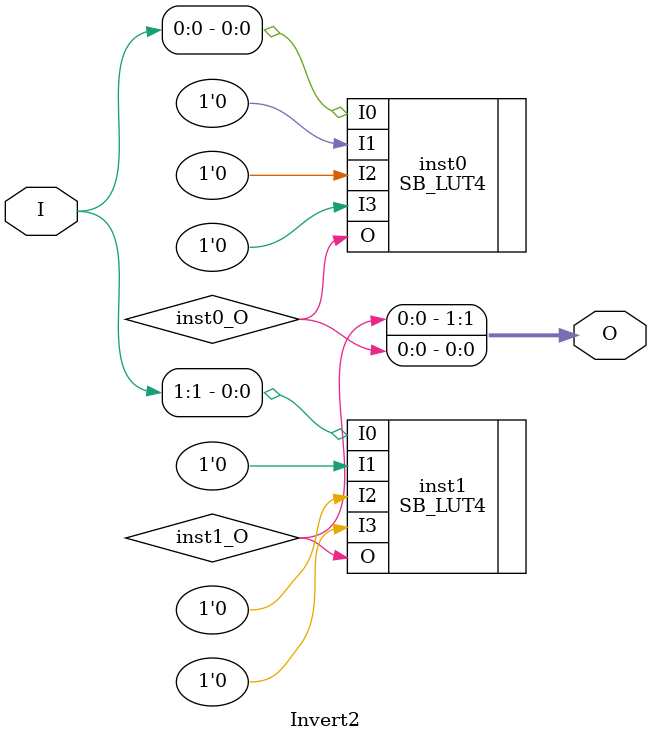
<source format=v>
module Invert2 (input [1:0] I, output [1:0] O);
wire  inst0_O;
wire  inst1_O;
SB_LUT4 #(.LUT_INIT(16'h5555)) inst0 (.I0(I[0]), .I1(1'b0), .I2(1'b0), .I3(1'b0), .O(inst0_O));
SB_LUT4 #(.LUT_INIT(16'h5555)) inst1 (.I0(I[1]), .I1(1'b0), .I2(1'b0), .I3(1'b0), .O(inst1_O));
assign O = {inst1_O,inst0_O};
endmodule


</source>
